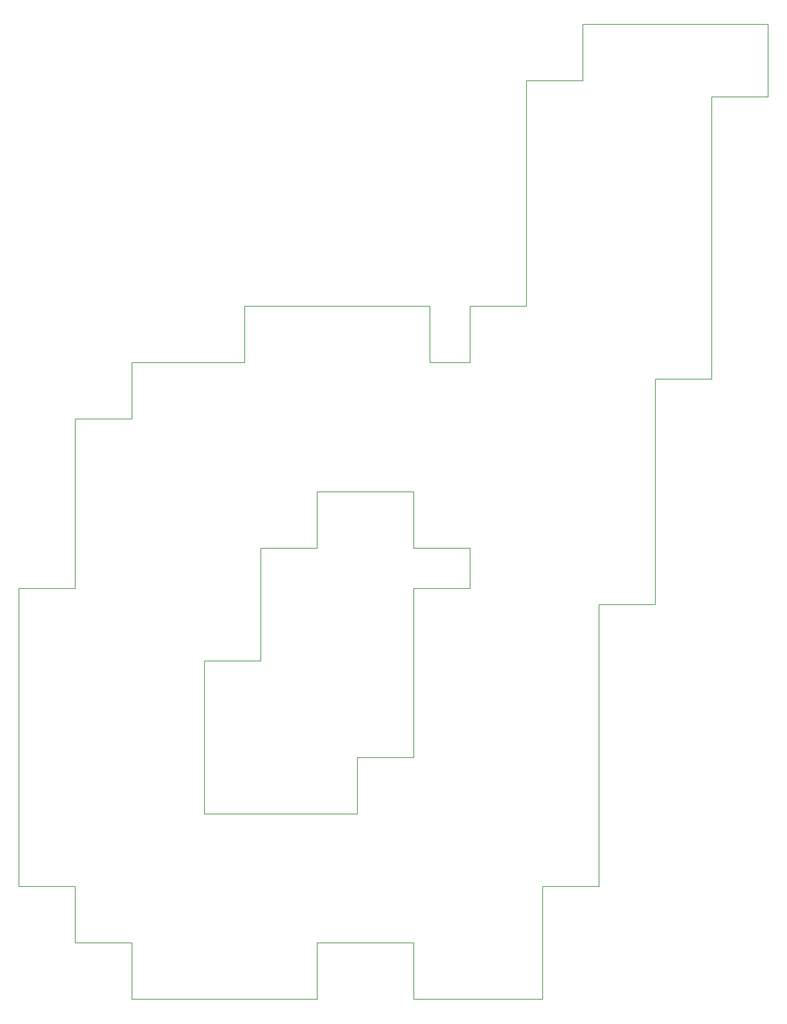
<source format=gbr>
G04 #@! TF.FileFunction,Profile,NP*
%FSLAX46Y46*%
G04 Gerber Fmt 4.6, Leading zero omitted, Abs format (unit mm)*
G04 Created by KiCad (PCBNEW 4.0.6) date Mon Jul 10 19:20:08 2017*
%MOMM*%
%LPD*%
G01*
G04 APERTURE LIST*
%ADD10C,0.100000*%
%ADD11C,0.150000*%
G04 APERTURE END LIST*
D10*
D11*
X151427800Y-29427800D02*
X153427800Y-29427800D01*
X151427800Y-29427800D02*
X151427800Y-31427800D01*
X155427800Y-29427800D02*
X165316700Y-29427800D01*
X165316700Y-29427800D02*
X167316700Y-29427800D01*
X153427800Y-29427800D02*
X155427800Y-29427800D01*
X169316700Y-29427800D02*
X179205600Y-29427800D01*
X179205600Y-29427800D02*
X181205600Y-29427800D01*
X167316700Y-29427800D02*
X169316700Y-29427800D01*
X183205600Y-29427800D02*
X193094400Y-29427800D01*
X193094400Y-29427800D02*
X195094400Y-29427800D01*
X181205600Y-29427800D02*
X183205600Y-29427800D01*
X197094400Y-29427800D02*
X197094400Y-31427800D01*
X195094400Y-29427800D02*
X197094400Y-29427800D01*
X137538900Y-43316700D02*
X139538900Y-43316700D01*
X137538900Y-43316700D02*
X137538900Y-45316700D01*
X151427800Y-31427800D02*
X151427800Y-33427800D01*
X141538900Y-43316700D02*
X151427800Y-43316700D01*
X139538900Y-43316700D02*
X141538900Y-43316700D01*
X151427800Y-33427800D02*
X151427800Y-43316700D01*
X197094400Y-31427800D02*
X197094400Y-33427800D01*
X197094400Y-33427800D02*
X197094400Y-43316700D01*
X197094400Y-43316700D02*
X197094400Y-45316700D01*
X137538900Y-45316700D02*
X137538900Y-47316700D01*
X137538900Y-57205600D02*
X137538900Y-59205600D01*
X137538900Y-47316700D02*
X137538900Y-57205600D01*
X183205600Y-47316700D02*
X193094400Y-47316700D01*
X193094400Y-47316700D02*
X195094400Y-47316700D01*
X183205600Y-47316700D02*
X183205600Y-57205600D01*
X183205600Y-57205600D02*
X183205600Y-59205600D01*
X197094400Y-45316700D02*
X197094400Y-47316700D01*
X195094400Y-47316700D02*
X197094400Y-47316700D01*
X137538900Y-59205600D02*
X137538900Y-61205600D01*
X137538900Y-71094400D02*
X137538900Y-73094400D01*
X137538900Y-61205600D02*
X137538900Y-71094400D01*
X183205600Y-59205600D02*
X183205600Y-61205600D01*
X183205600Y-61205600D02*
X183205600Y-71094400D01*
X183205600Y-71094400D02*
X183205600Y-73094400D01*
X137538900Y-73094400D02*
X137538900Y-75094400D01*
X137538900Y-84983300D02*
X137538900Y-86983300D01*
X137538900Y-75094400D02*
X137538900Y-84983300D01*
X183205600Y-73094400D02*
X183205600Y-75094400D01*
X183205600Y-75094400D02*
X183205600Y-84983300D01*
X183205600Y-84983300D02*
X183205600Y-86983300D01*
X68094400Y-98872200D02*
X70094400Y-98872200D01*
X68094400Y-98872200D02*
X68094400Y-100872200D01*
X72094400Y-98872200D02*
X81983300Y-98872200D01*
X81983300Y-98872200D02*
X83983300Y-98872200D01*
X70094400Y-98872200D02*
X72094400Y-98872200D01*
X85983300Y-98872200D02*
X95872200Y-98872200D01*
X95872200Y-98872200D02*
X97872200Y-98872200D01*
X83983300Y-98872200D02*
X85983300Y-98872200D01*
X99872200Y-98872200D02*
X109761100Y-98872200D01*
X109761100Y-98872200D02*
X111761100Y-98872200D01*
X97872200Y-98872200D02*
X99872200Y-98872200D01*
X123650000Y-98872200D02*
X125650000Y-98872200D01*
X123650000Y-98872200D02*
X123650000Y-100872200D01*
X113761100Y-98872200D02*
X113761100Y-100872200D01*
X111761100Y-98872200D02*
X113761100Y-98872200D01*
X137538900Y-86983300D02*
X137538900Y-88983300D01*
X127650000Y-98872200D02*
X137538900Y-98872200D01*
X125650000Y-98872200D02*
X127650000Y-98872200D01*
X137538900Y-88983300D02*
X137538900Y-98872200D01*
X183205600Y-86983300D02*
X183205600Y-88983300D01*
X183205600Y-88983300D02*
X183205600Y-98872200D01*
X183205600Y-98872200D02*
X183205600Y-100872200D01*
X40316700Y-112761100D02*
X42316700Y-112761100D01*
X40316700Y-112761100D02*
X40316700Y-114761100D01*
X44316700Y-112761100D02*
X54205600Y-112761100D01*
X54205600Y-112761100D02*
X56205600Y-112761100D01*
X42316700Y-112761100D02*
X44316700Y-112761100D01*
X68094400Y-100872200D02*
X68094400Y-102872200D01*
X58205600Y-112761100D02*
X68094400Y-112761100D01*
X56205600Y-112761100D02*
X58205600Y-112761100D01*
X68094400Y-102872200D02*
X68094400Y-112761100D01*
X113761100Y-100872200D02*
X113761100Y-102872200D01*
X123650000Y-100872200D02*
X123650000Y-102872200D01*
X123650000Y-102872200D02*
X123650000Y-112761100D01*
X113761100Y-112761100D02*
X123650000Y-112761100D01*
X113761100Y-102872200D02*
X113761100Y-112761100D01*
X183205600Y-100872200D02*
X183205600Y-102872200D01*
X183205600Y-102872200D02*
X183205600Y-112761100D01*
X183205600Y-112761100D02*
X183205600Y-114761100D01*
X26427800Y-126650000D02*
X28427800Y-126650000D01*
X26427800Y-126650000D02*
X26427800Y-128650000D01*
X40316700Y-114761100D02*
X40316700Y-116761100D01*
X30427800Y-126650000D02*
X40316700Y-126650000D01*
X28427800Y-126650000D02*
X30427800Y-126650000D01*
X40316700Y-116761100D02*
X40316700Y-126650000D01*
X169316700Y-116761100D02*
X179205600Y-116761100D01*
X179205600Y-116761100D02*
X181205600Y-116761100D01*
X169316700Y-116761100D02*
X169316700Y-126650000D01*
X169316700Y-126650000D02*
X169316700Y-128650000D01*
X183205600Y-114761100D02*
X183205600Y-116761100D01*
X181205600Y-116761100D02*
X183205600Y-116761100D01*
X26427800Y-128650000D02*
X26427800Y-130650000D01*
X26427800Y-140538900D02*
X26427800Y-142538900D01*
X26427800Y-130650000D02*
X26427800Y-140538900D01*
X169316700Y-128650000D02*
X169316700Y-130650000D01*
X169316700Y-130650000D02*
X169316700Y-140538900D01*
X169316700Y-140538900D02*
X169316700Y-142538900D01*
X26427800Y-142538900D02*
X26427800Y-144538900D01*
X26427800Y-154427800D02*
X26427800Y-156427800D01*
X26427800Y-144538900D02*
X26427800Y-154427800D01*
X85983300Y-144538900D02*
X95872200Y-144538900D01*
X95872200Y-144538900D02*
X97872200Y-144538900D01*
X85983300Y-144538900D02*
X85983300Y-154427800D01*
X85983300Y-154427800D02*
X85983300Y-156427800D01*
X99872200Y-144538900D02*
X109761100Y-144538900D01*
X109761100Y-144538900D02*
X109761100Y-154427800D01*
X109761100Y-154427800D02*
X109761100Y-156427800D01*
X97872200Y-144538900D02*
X99872200Y-144538900D01*
X169316700Y-142538900D02*
X169316700Y-144538900D01*
X169316700Y-144538900D02*
X169316700Y-154427800D01*
X169316700Y-154427800D02*
X169316700Y-156427800D01*
X12538900Y-168316700D02*
X14538900Y-168316700D01*
X12538900Y-168316700D02*
X12538900Y-170316700D01*
X26427800Y-156427800D02*
X26427800Y-158427800D01*
X16538900Y-168316700D02*
X26427800Y-168316700D01*
X14538900Y-168316700D02*
X16538900Y-168316700D01*
X26427800Y-158427800D02*
X26427800Y-168316700D01*
X72094400Y-158427800D02*
X81983300Y-158427800D01*
X81983300Y-158427800D02*
X83983300Y-158427800D01*
X72094400Y-158427800D02*
X72094400Y-168316700D01*
X72094400Y-168316700D02*
X72094400Y-170316700D01*
X85983300Y-156427800D02*
X85983300Y-158427800D01*
X83983300Y-158427800D02*
X85983300Y-158427800D01*
X109761100Y-156427800D02*
X109761100Y-158427800D01*
X109761100Y-158427800D02*
X111761100Y-158427800D01*
X109761100Y-168316700D02*
X111761100Y-168316700D01*
X109761100Y-168316700D02*
X109761100Y-170316700D01*
X111761100Y-168316700D02*
X113761100Y-168316700D01*
X111761100Y-158427800D02*
X113761100Y-158427800D01*
X113761100Y-158427800D02*
X123650000Y-158427800D01*
X123650000Y-158427800D02*
X123650000Y-168316700D01*
X113761100Y-168316700D02*
X123650000Y-168316700D01*
X169316700Y-156427800D02*
X169316700Y-158427800D01*
X169316700Y-158427800D02*
X169316700Y-168316700D01*
X169316700Y-168316700D02*
X169316700Y-170316700D01*
X12538900Y-170316700D02*
X12538900Y-172316700D01*
X12538900Y-182205600D02*
X12538900Y-184205600D01*
X12538900Y-172316700D02*
X12538900Y-182205600D01*
X72094400Y-170316700D02*
X72094400Y-172316700D01*
X72094400Y-172316700D02*
X72094400Y-182205600D01*
X72094400Y-182205600D02*
X72094400Y-184205600D01*
X109761100Y-170316700D02*
X109761100Y-172316700D01*
X109761100Y-182205600D02*
X109761100Y-184205600D01*
X109761100Y-172316700D02*
X109761100Y-182205600D01*
X155427800Y-172316700D02*
X165316700Y-172316700D01*
X165316700Y-172316700D02*
X167316700Y-172316700D01*
X155427800Y-172316700D02*
X155427800Y-182205600D01*
X155427800Y-182205600D02*
X155427800Y-184205600D01*
X169316700Y-170316700D02*
X169316700Y-172316700D01*
X167316700Y-172316700D02*
X169316700Y-172316700D01*
X12538900Y-184205600D02*
X12538900Y-186205600D01*
X12538900Y-196094400D02*
X12538900Y-198094400D01*
X12538900Y-186205600D02*
X12538900Y-196094400D01*
X58205600Y-186205600D02*
X68094400Y-186205600D01*
X68094400Y-186205600D02*
X70094400Y-186205600D01*
X58205600Y-186205600D02*
X58205600Y-196094400D01*
X58205600Y-196094400D02*
X58205600Y-198094400D01*
X72094400Y-184205600D02*
X72094400Y-186205600D01*
X70094400Y-186205600D02*
X72094400Y-186205600D01*
X109761100Y-184205600D02*
X109761100Y-186205600D01*
X109761100Y-196094400D02*
X109761100Y-198094400D01*
X109761100Y-186205600D02*
X109761100Y-196094400D01*
X155427800Y-184205600D02*
X155427800Y-186205600D01*
X155427800Y-186205600D02*
X155427800Y-196094400D01*
X155427800Y-196094400D02*
X155427800Y-198094400D01*
X12538900Y-198094400D02*
X12538900Y-200094400D01*
X12538900Y-209983300D02*
X12538900Y-211983300D01*
X12538900Y-200094400D02*
X12538900Y-209983300D01*
X58205600Y-198094400D02*
X58205600Y-200094400D01*
X58205600Y-200094400D02*
X58205600Y-209983300D01*
X58205600Y-209983300D02*
X58205600Y-211983300D01*
X95872200Y-209983300D02*
X97872200Y-209983300D01*
X95872200Y-209983300D02*
X95872200Y-211983300D01*
X109761100Y-198094400D02*
X109761100Y-200094400D01*
X99872200Y-209983300D02*
X109761100Y-209983300D01*
X97872200Y-209983300D02*
X99872200Y-209983300D01*
X109761100Y-200094400D02*
X109761100Y-209983300D01*
X155427800Y-198094400D02*
X155427800Y-200094400D01*
X155427800Y-200094400D02*
X155427800Y-209983300D01*
X155427800Y-209983300D02*
X155427800Y-211983300D01*
X12538900Y-211983300D02*
X12538900Y-213983300D01*
X12538900Y-223872200D02*
X12538900Y-225872200D01*
X12538900Y-213983300D02*
X12538900Y-223872200D01*
X58205600Y-211983300D02*
X58205600Y-213983300D01*
X58205600Y-213983300D02*
X58205600Y-223872200D01*
X58205600Y-223872200D02*
X68094400Y-223872200D01*
X68094400Y-223872200D02*
X70094400Y-223872200D01*
X72094400Y-223872200D02*
X81983300Y-223872200D01*
X81983300Y-223872200D02*
X83983300Y-223872200D01*
X70094400Y-223872200D02*
X72094400Y-223872200D01*
X95872200Y-211983300D02*
X95872200Y-213983300D01*
X85983300Y-223872200D02*
X95872200Y-223872200D01*
X83983300Y-223872200D02*
X85983300Y-223872200D01*
X95872200Y-213983300D02*
X95872200Y-223872200D01*
X155427800Y-211983300D02*
X155427800Y-213983300D01*
X155427800Y-213983300D02*
X155427800Y-223872200D01*
X155427800Y-223872200D02*
X155427800Y-225872200D01*
X12538900Y-225872200D02*
X12538900Y-227872200D01*
X12538900Y-237761100D02*
X12538900Y-239761100D01*
X12538900Y-227872200D02*
X12538900Y-237761100D01*
X155427800Y-225872200D02*
X155427800Y-227872200D01*
X155427800Y-227872200D02*
X155427800Y-237761100D01*
X155427800Y-237761100D02*
X155427800Y-239761100D01*
X12538900Y-239761100D02*
X12538900Y-241761100D01*
X12538900Y-241761100D02*
X14538900Y-241761100D01*
X16538900Y-241761100D02*
X26427800Y-241761100D01*
X26427800Y-241761100D02*
X26427800Y-251650000D01*
X26427800Y-251650000D02*
X26427800Y-253650000D01*
X14538900Y-241761100D02*
X16538900Y-241761100D01*
X141538900Y-241761100D02*
X151427800Y-241761100D01*
X151427800Y-241761100D02*
X153427800Y-241761100D01*
X141538900Y-241761100D02*
X141538900Y-251650000D01*
X141538900Y-251650000D02*
X141538900Y-253650000D01*
X155427800Y-239761100D02*
X155427800Y-241761100D01*
X153427800Y-241761100D02*
X155427800Y-241761100D01*
X26427800Y-253650000D02*
X26427800Y-255650000D01*
X26427800Y-255650000D02*
X28427800Y-255650000D01*
X30427800Y-255650000D02*
X40316700Y-255650000D01*
X40316700Y-255650000D02*
X40316700Y-265538900D01*
X40316700Y-265538900D02*
X40316700Y-267538900D01*
X28427800Y-255650000D02*
X30427800Y-255650000D01*
X85983300Y-255650000D02*
X95872200Y-255650000D01*
X95872200Y-255650000D02*
X97872200Y-255650000D01*
X85983300Y-255650000D02*
X85983300Y-265538900D01*
X85983300Y-265538900D02*
X85983300Y-267538900D01*
X99872200Y-255650000D02*
X109761100Y-255650000D01*
X109761100Y-255650000D02*
X109761100Y-265538900D01*
X109761100Y-265538900D02*
X109761100Y-267538900D01*
X97872200Y-255650000D02*
X99872200Y-255650000D01*
X141538900Y-253650000D02*
X141538900Y-255650000D01*
X141538900Y-255650000D02*
X141538900Y-265538900D01*
X141538900Y-265538900D02*
X141538900Y-267538900D01*
X40316700Y-267538900D02*
X40316700Y-269538900D01*
X40316700Y-269538900D02*
X42316700Y-269538900D01*
X44316700Y-269538900D02*
X54205600Y-269538900D01*
X54205600Y-269538900D02*
X56205600Y-269538900D01*
X42316700Y-269538900D02*
X44316700Y-269538900D01*
X58205600Y-269538900D02*
X68094400Y-269538900D01*
X68094400Y-269538900D02*
X70094400Y-269538900D01*
X56205600Y-269538900D02*
X58205600Y-269538900D01*
X72094400Y-269538900D02*
X81983300Y-269538900D01*
X81983300Y-269538900D02*
X83983300Y-269538900D01*
X70094400Y-269538900D02*
X72094400Y-269538900D01*
X85983300Y-267538900D02*
X85983300Y-269538900D01*
X83983300Y-269538900D02*
X85983300Y-269538900D01*
X109761100Y-267538900D02*
X109761100Y-269538900D01*
X109761100Y-269538900D02*
X111761100Y-269538900D01*
X113761100Y-269538900D02*
X123650000Y-269538900D01*
X123650000Y-269538900D02*
X125650000Y-269538900D01*
X111761100Y-269538900D02*
X113761100Y-269538900D01*
X127650000Y-269538900D02*
X137538900Y-269538900D01*
X137538900Y-269538900D02*
X139538900Y-269538900D01*
X125650000Y-269538900D02*
X127650000Y-269538900D01*
X141538900Y-267538900D02*
X141538900Y-269538900D01*
X139538900Y-269538900D02*
X141538900Y-269538900D01*
M02*

</source>
